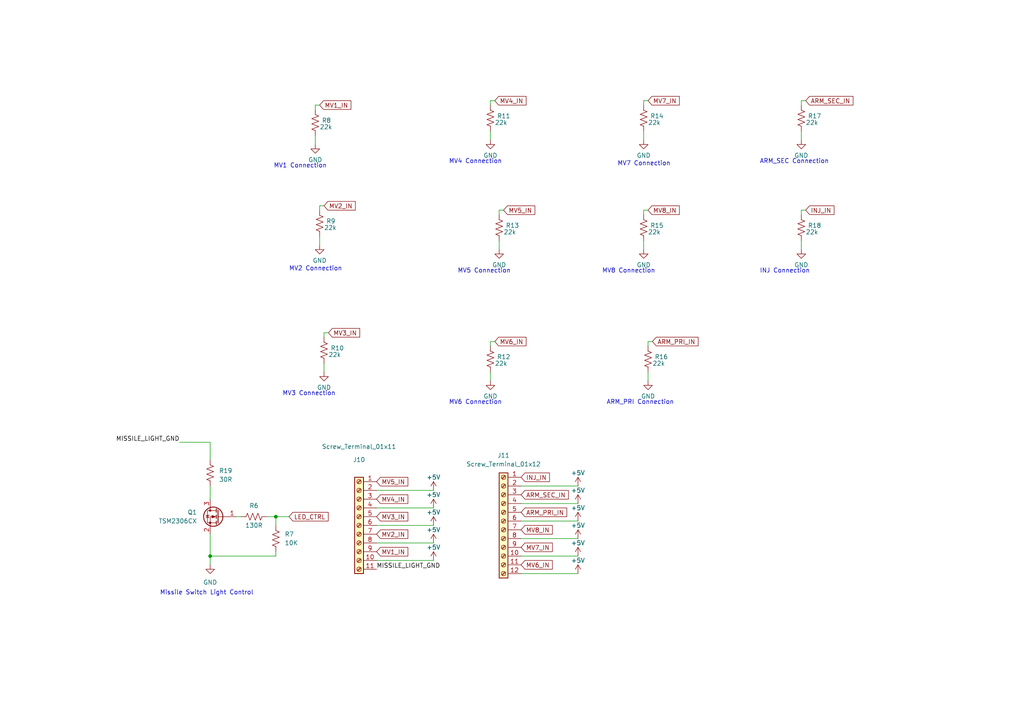
<source format=kicad_sch>
(kicad_sch (version 20230121) (generator eeschema)
  (paper "A4")
  (lib_symbols
    (symbol "Connector:Screw_Terminal_01x11" (pin_names (offset 1.016) hide)
      (property "Reference" "J" (at 0 15.24 0))
      (property "Value" "Screw_Terminal_01x11" (at 0 -15.24 0))
      (symbol "Screw_Terminal_01x11_1_1"
        (rectangle (start -1.27 13.97) (end 1.27 -13.97) (stroke (width 0.254)) (fill (type background)))
        (circle (center 0 -12.7) (radius 0.635) (stroke (width 0.1524)))
        (circle (center 0 -10.16) (radius 0.635) (stroke (width 0.1524)))
        (circle (center 0 -7.62) (radius 0.635) (stroke (width 0.1524)))
        (circle (center 0 -5.08) (radius 0.635) (stroke (width 0.1524)))
        (circle (center 0 -2.54) (radius 0.635) (stroke (width 0.1524)))
        (polyline (pts (xy -0.5334 -12.3698) (xy 0.3302 -13.208)) (stroke (width 0.1524)))
        (polyline (pts (xy -0.5334 -9.8298) (xy 0.3302 -10.668)) (stroke (width 0.1524)))
        (polyline (pts (xy -0.5334 -7.2898) (xy 0.3302 -8.128)) (stroke (width 0.1524)))
        (polyline (pts (xy -0.5334 -4.7498) (xy 0.3302 -5.588)) (stroke (width 0.1524)))
        (polyline (pts (xy -0.5334 -2.2098) (xy 0.3302 -3.048)) (stroke (width 0.1524)))
        (polyline (pts (xy -0.5334 0.3302) (xy 0.3302 -0.508)) (stroke (width 0.1524)))
        (polyline (pts (xy -0.5334 2.8702) (xy 0.3302 2.032)) (stroke (width 0.1524)))
        (polyline (pts (xy -0.5334 5.4102) (xy 0.3302 4.572)) (stroke (width 0.1524)))
        (polyline (pts (xy -0.5334 7.9502) (xy 0.3302 7.112)) (stroke (width 0.1524)))
        (polyline (pts (xy -0.5334 10.4902) (xy 0.3302 9.652)) (stroke (width 0.1524)))
        (polyline (pts (xy -0.5334 13.0302) (xy 0.3302 12.192)) (stroke (width 0.1524)))
        (polyline (pts (xy -0.3556 -12.192) (xy 0.508 -13.0302)) (stroke (width 0.1524)))
        (polyline (pts (xy -0.3556 -9.652) (xy 0.508 -10.4902)) (stroke (width 0.1524)))
        (polyline (pts (xy -0.3556 -7.112) (xy 0.508 -7.9502)) (stroke (width 0.1524)))
        (polyline (pts (xy -0.3556 -4.572) (xy 0.508 -5.4102)) (stroke (width 0.1524)))
        (polyline (pts (xy -0.3556 -2.032) (xy 0.508 -2.8702)) (stroke (width 0.1524)))
        (polyline (pts (xy -0.3556 0.508) (xy 0.508 -0.3302)) (stroke (width 0.1524)))
        (polyline (pts (xy -0.3556 3.048) (xy 0.508 2.2098)) (stroke (width 0.1524)))
        (polyline (pts (xy -0.3556 5.588) (xy 0.508 4.7498)) (stroke (width 0.1524)))
        (polyline (pts (xy -0.3556 8.128) (xy 0.508 7.2898)) (stroke (width 0.1524)))
        (polyline (pts (xy -0.3556 10.668) (xy 0.508 9.8298)) (stroke (width 0.1524)))
        (polyline (pts (xy -0.3556 13.208) (xy 0.508 12.3698)) (stroke (width 0.1524)))
        (circle (center 0 0) (radius 0.635) (stroke (width 0.1524)))
        (circle (center 0 2.54) (radius 0.635) (stroke (width 0.1524)))
        (circle (center 0 5.08) (radius 0.635) (stroke (width 0.1524)))
        (circle (center 0 7.62) (radius 0.635) (stroke (width 0.1524)))
        (circle (center 0 10.16) (radius 0.635) (stroke (width 0.1524)))
        (circle (center 0 12.7) (radius 0.635) (stroke (width 0.1524)))
        (pin passive line (at -5.08 12.7 0) (length 3.81) (name "Pin_1") (number "1"))
        (pin passive line (at -5.08 -10.16 0) (length 3.81) (name "Pin_10") (number "10"))
        (pin passive line (at -5.08 -12.7 0) (length 3.81) (name "Pin_11") (number "11"))
        (pin passive line (at -5.08 10.16 0) (length 3.81) (name "Pin_2") (number "2"))
        (pin passive line (at -5.08 7.62 0) (length 3.81) (name "Pin_3") (number "3"))
        (pin passive line (at -5.08 5.08 0) (length 3.81) (name "Pin_4") (number "4"))
        (pin passive line (at -5.08 2.54 0) (length 3.81) (name "Pin_5") (number "5"))
        (pin passive line (at -5.08 0 0) (length 3.81) (name "Pin_6") (number "6"))
        (pin passive line (at -5.08 -2.54 0) (length 3.81) (name "Pin_7") (number "7"))
        (pin passive line (at -5.08 -5.08 0) (length 3.81) (name "Pin_8") (number "8"))
        (pin passive line (at -5.08 -7.62 0) (length 3.81) (name "Pin_9") (number "9"))
      )
    )
    (symbol "Connector:Screw_Terminal_01x12" (pin_names (offset 1.016) hide)
      (property "Reference" "J" (at 0 15.24 0))
      (property "Value" "Screw_Terminal_01x12" (at 0 -17.78 0))
      (symbol "Screw_Terminal_01x12_1_1"
        (rectangle (start -1.27 13.97) (end 1.27 -16.51) (stroke (width 0.254)) (fill (type background)))
        (circle (center 0 -15.24) (radius 0.635) (stroke (width 0.1524)))
        (circle (center 0 -12.7) (radius 0.635) (stroke (width 0.1524)))
        (circle (center 0 -10.16) (radius 0.635) (stroke (width 0.1524)))
        (circle (center 0 -7.62) (radius 0.635) (stroke (width 0.1524)))
        (circle (center 0 -5.08) (radius 0.635) (stroke (width 0.1524)))
        (circle (center 0 -2.54) (radius 0.635) (stroke (width 0.1524)))
        (polyline (pts (xy -0.5334 -14.9098) (xy 0.3302 -15.748)) (stroke (width 0.1524)))
        (polyline (pts (xy -0.5334 -12.3698) (xy 0.3302 -13.208)) (stroke (width 0.1524)))
        (polyline (pts (xy -0.5334 -9.8298) (xy 0.3302 -10.668)) (stroke (width 0.1524)))
        (polyline (pts (xy -0.5334 -7.2898) (xy 0.3302 -8.128)) (stroke (width 0.1524)))
        (polyline (pts (xy -0.5334 -4.7498) (xy 0.3302 -5.588)) (stroke (width 0.1524)))
        (polyline (pts (xy -0.5334 -2.2098) (xy 0.3302 -3.048)) (stroke (width 0.1524)))
        (polyline (pts (xy -0.5334 0.3302) (xy 0.3302 -0.508)) (stroke (width 0.1524)))
        (polyline (pts (xy -0.5334 2.8702) (xy 0.3302 2.032)) (stroke (width 0.1524)))
        (polyline (pts (xy -0.5334 5.4102) (xy 0.3302 4.572)) (stroke (width 0.1524)))
        (polyline (pts (xy -0.5334 7.9502) (xy 0.3302 7.112)) (stroke (width 0.1524)))
        (polyline (pts (xy -0.5334 10.4902) (xy 0.3302 9.652)) (stroke (width 0.1524)))
        (polyline (pts (xy -0.5334 13.0302) (xy 0.3302 12.192)) (stroke (width 0.1524)))
        (polyline (pts (xy -0.3556 -14.732) (xy 0.508 -15.5702)) (stroke (width 0.1524)))
        (polyline (pts (xy -0.3556 -12.192) (xy 0.508 -13.0302)) (stroke (width 0.1524)))
        (polyline (pts (xy -0.3556 -9.652) (xy 0.508 -10.4902)) (stroke (width 0.1524)))
        (polyline (pts (xy -0.3556 -7.112) (xy 0.508 -7.9502)) (stroke (width 0.1524)))
        (polyline (pts (xy -0.3556 -4.572) (xy 0.508 -5.4102)) (stroke (width 0.1524)))
        (polyline (pts (xy -0.3556 -2.032) (xy 0.508 -2.8702)) (stroke (width 0.1524)))
        (polyline (pts (xy -0.3556 0.508) (xy 0.508 -0.3302)) (stroke (width 0.1524)))
        (polyline (pts (xy -0.3556 3.048) (xy 0.508 2.2098)) (stroke (width 0.1524)))
        (polyline (pts (xy -0.3556 5.588) (xy 0.508 4.7498)) (stroke (width 0.1524)))
        (polyline (pts (xy -0.3556 8.128) (xy 0.508 7.2898)) (stroke (width 0.1524)))
        (polyline (pts (xy -0.3556 10.668) (xy 0.508 9.8298)) (stroke (width 0.1524)))
        (polyline (pts (xy -0.3556 13.208) (xy 0.508 12.3698)) (stroke (width 0.1524)))
        (circle (center 0 0) (radius 0.635) (stroke (width 0.1524)))
        (circle (center 0 2.54) (radius 0.635) (stroke (width 0.1524)))
        (circle (center 0 5.08) (radius 0.635) (stroke (width 0.1524)))
        (circle (center 0 7.62) (radius 0.635) (stroke (width 0.1524)))
        (circle (center 0 10.16) (radius 0.635) (stroke (width 0.1524)))
        (circle (center 0 12.7) (radius 0.635) (stroke (width 0.1524)))
        (pin passive line (at -5.08 12.7 0) (length 3.81) (name "Pin_1") (number "1"))
        (pin passive line (at -5.08 -10.16 0) (length 3.81) (name "Pin_10") (number "10"))
        (pin passive line (at -5.08 -12.7 0) (length 3.81) (name "Pin_11") (number "11"))
        (pin passive line (at -5.08 -15.24 0) (length 3.81) (name "Pin_12") (number "12"))
        (pin passive line (at -5.08 10.16 0) (length 3.81) (name "Pin_2") (number "2"))
        (pin passive line (at -5.08 7.62 0) (length 3.81) (name "Pin_3") (number "3"))
        (pin passive line (at -5.08 5.08 0) (length 3.81) (name "Pin_4") (number "4"))
        (pin passive line (at -5.08 2.54 0) (length 3.81) (name "Pin_5") (number "5"))
        (pin passive line (at -5.08 0 0) (length 3.81) (name "Pin_6") (number "6"))
        (pin passive line (at -5.08 -2.54 0) (length 3.81) (name "Pin_7") (number "7"))
        (pin passive line (at -5.08 -5.08 0) (length 3.81) (name "Pin_8") (number "8"))
        (pin passive line (at -5.08 -7.62 0) (length 3.81) (name "Pin_9") (number "9"))
      )
    )
    (symbol "Device:Q_NMOS_GSD" (pin_names (offset 0) hide)
      (property "Reference" "Q" (at 5.08 1.27 0))
      (property "Value" "Q_NMOS_GSD" (at 5.08 -1.27 0))
      (symbol "Q_NMOS_GSD_0_1"
        (polyline (pts (xy 0.254 0) (xy -2.54 0)))
        (polyline (pts (xy 0.254 1.905) (xy 0.254 -1.905)) (stroke (width 0.254)))
        (polyline (pts (xy 0.762 -1.27) (xy 0.762 -2.286)) (stroke (width 0.254)))
        (polyline (pts (xy 0.762 0.508) (xy 0.762 -0.508)) (stroke (width 0.254)))
        (polyline (pts (xy 0.762 2.286) (xy 0.762 1.27)) (stroke (width 0.254)))
        (polyline (pts (xy 2.54 2.54) (xy 2.54 1.778)))
        (polyline (pts (xy 2.54 -2.54) (xy 2.54 0) (xy 0.762 0)))
        (polyline (pts (xy 0.762 -1.778) (xy 3.302 -1.778) (xy 3.302 1.778) (xy 0.762 1.778)))
        (polyline (pts (xy 1.016 0) (xy 2.032 0.381) (xy 2.032 -0.381) (xy 1.016 0)) (fill (type outline)))
        (polyline (pts (xy 2.794 0.508) (xy 2.921 0.381) (xy 3.683 0.381) (xy 3.81 0.254)))
        (polyline (pts (xy 3.302 0.381) (xy 2.921 -0.254) (xy 3.683 -0.254) (xy 3.302 0.381)))
        (circle (center 1.651 0) (radius 2.794) (stroke (width 0.254)))
        (circle (center 2.54 -1.778) (radius 0.254) (fill (type outline)))
        (circle (center 2.54 1.778) (radius 0.254) (fill (type outline)))
      )
      (symbol "Q_NMOS_GSD_1_1"
        (pin input line (at -5.08 0 0) (length 2.54) (name "G") (number "1"))
        (pin passive line (at 2.54 -5.08 90) (length 2.54) (name "S") (number "2"))
        (pin passive line (at 2.54 5.08 270) (length 2.54) (name "D") (number "3"))
      )
    )
    (symbol "Device:R_US" (pin_numbers hide) (pin_names (offset 0))
      (property "Reference" "R" (at 2.54 0 90))
      (property "Value" "R_US" (at -2.54 0 90))
      (symbol "R_US_0_1"
        (polyline (pts (xy 0 -2.286) (xy 0 -2.54)))
        (polyline (pts (xy 0 2.286) (xy 0 2.54)))
        (polyline (pts (xy 0 -0.762) (xy 1.016 -1.143) (xy 0 -1.524) (xy -1.016 -1.905) (xy 0 -2.286)))
        (polyline (pts (xy 0 0.762) (xy 1.016 0.381) (xy 0 0) (xy -1.016 -0.381) (xy 0 -0.762)))
        (polyline (pts (xy 0 2.286) (xy 1.016 1.905) (xy 0 1.524) (xy -1.016 1.143) (xy 0 0.762)))
      )
      (symbol "R_US_1_1"
        (pin passive line (at 0 3.81 270) (length 1.27) (name "~") (number "1"))
        (pin passive line (at 0 -3.81 90) (length 1.27) (name "~") (number "2"))
      )
    )
    (symbol "power:+5V" (power) (pin_names (offset 0))
      (property "Value" "+5V" (at 0 3.556 0))
      (symbol "+5V_0_1"
        (polyline (pts (xy -0.762 1.27) (xy 0 2.54)))
        (polyline (pts (xy 0 0) (xy 0 2.54)))
        (polyline (pts (xy 0 2.54) (xy 0.762 1.27)))
      )
      (symbol "+5V_1_1"
        (pin power_in line (at 0 0 90) (length 0) hide (name "+5V") (number "1"))
      )
    )
    (symbol "power:GND" (power) (pin_names (offset 0))
      (property "Value" "GND" (at 0 -3.81 0))
      (symbol "GND_0_1"
        (polyline (pts (xy 0 0) (xy 0 -1.27) (xy 1.27 -1.27) (xy 0 -2.54) (xy -1.27 -1.27) (xy 0 -1.27)))
      )
      (symbol "GND_1_1"
        (pin power_in line (at 0 0 270) (length 0) hide (name "GND") (number "1"))
      )
    )
  )
  (junction (at 80.01 149.86))
  (junction (at 60.96 161.29))
  (wire (pts (xy 60.96 140.97) (xy 60.96 144.78)))
  (wire (pts (xy 80.01 149.86) (xy 80.01 152.4)))
  (wire (pts (xy 142.24 107.95) (xy 142.24 110.49)))
  (wire (pts (xy 151.13 156.21) (xy 167.64 156.21)))
  (wire (pts (xy 151.13 146.05) (xy 167.64 146.05)))
  (wire (pts (xy 187.96 107.95) (xy 187.96 110.49)))
  (wire (pts (xy 186.69 38.1) (xy 186.69 40.64)))
  (wire (pts (xy 80.01 160.02) (xy 80.01 161.29)))
  (wire (pts (xy 92.71 59.69) (xy 92.71 60.96)))
  (wire (pts (xy 109.22 157.48) (xy 125.73 157.48)))
  (wire (pts (xy 77.47 149.86) (xy 80.01 149.86)))
  (wire (pts (xy 91.44 30.48) (xy 91.44 31.75)))
  (wire (pts (xy 151.13 161.29) (xy 167.64 161.29)))
  (wire (pts (xy 60.96 154.94) (xy 60.96 161.29)))
  (wire (pts (xy 186.69 29.21) (xy 187.96 29.21)))
  (wire (pts (xy 68.58 149.86) (xy 69.85 149.86)))
  (wire (pts (xy 92.71 68.58) (xy 92.71 71.12)))
  (wire (pts (xy 142.24 99.06) (xy 143.51 99.06)))
  (wire (pts (xy 80.01 149.86) (xy 83.82 149.86)))
  (wire (pts (xy 93.98 105.41) (xy 93.98 107.95)))
  (wire (pts (xy 151.13 140.97) (xy 167.64 140.97)))
  (wire (pts (xy 144.78 60.96) (xy 146.05 60.96)))
  (wire (pts (xy 142.24 29.21) (xy 142.24 30.48)))
  (wire (pts (xy 92.71 59.69) (xy 93.98 59.69)))
  (wire (pts (xy 232.41 69.85) (xy 232.41 72.39)))
  (wire (pts (xy 93.98 96.52) (xy 95.25 96.52)))
  (wire (pts (xy 232.41 60.96) (xy 233.68 60.96)))
  (wire (pts (xy 151.13 166.37) (xy 167.64 166.37)))
  (wire (pts (xy 109.22 162.56) (xy 125.73 162.56)))
  (wire (pts (xy 186.69 29.21) (xy 186.69 30.48)))
  (wire (pts (xy 109.22 142.24) (xy 125.73 142.24)))
  (wire (pts (xy 232.41 29.21) (xy 233.68 29.21)))
  (wire (pts (xy 232.41 38.1) (xy 232.41 40.64)))
  (wire (pts (xy 151.13 151.13) (xy 167.64 151.13)))
  (wire (pts (xy 186.69 60.96) (xy 186.69 62.23)))
  (wire (pts (xy 186.69 60.96) (xy 187.96 60.96)))
  (wire (pts (xy 93.98 96.52) (xy 93.98 97.79)))
  (wire (pts (xy 109.22 147.32) (xy 125.73 147.32)))
  (wire (pts (xy 60.96 128.27) (xy 60.96 133.35)))
  (wire (pts (xy 91.44 30.48) (xy 92.71 30.48)))
  (wire (pts (xy 52.07 128.27) (xy 60.96 128.27)))
  (wire (pts (xy 91.44 39.37) (xy 91.44 41.91)))
  (wire (pts (xy 142.24 29.21) (xy 143.51 29.21)))
  (wire (pts (xy 232.41 29.21) (xy 232.41 30.48)))
  (wire (pts (xy 142.24 99.06) (xy 142.24 100.33)))
  (wire (pts (xy 187.96 99.06) (xy 187.96 100.33)))
  (wire (pts (xy 144.78 60.96) (xy 144.78 62.23)))
  (wire (pts (xy 109.22 152.4) (xy 125.73 152.4)))
  (wire (pts (xy 60.96 161.29) (xy 80.01 161.29)))
  (wire (pts (xy 142.24 38.1) (xy 142.24 40.64)))
  (wire (pts (xy 186.69 69.85) (xy 186.69 72.39)))
  (wire (pts (xy 232.41 60.96) (xy 232.41 62.23)))
  (wire (pts (xy 187.96 99.06) (xy 189.23 99.06)))
  (wire (pts (xy 60.96 161.29) (xy 60.96 163.83)))
  (wire (pts (xy 144.78 69.85) (xy 144.78 72.39)))
  (text "MV8 Connection" (at 174.625 79.375 0) (effects (font (size 1.27 1.27)) (justify left bottom)))
  (text "MV3 Connection" (at 81.915 114.935 0) (effects (font (size 1.27 1.27)) (justify left bottom)))
  (text "ARM_SEC Connection" (at 220.345 47.625 0) (effects (font (size 1.27 1.27)) (justify left bottom)))
  (text "MV4 Connection" (at 130.175 47.625 0) (effects (font (size 1.27 1.27)) (justify left bottom)))
  (text "INJ Connection" (at 220.345 79.375 0) (effects (font (size 1.27 1.27)) (justify left bottom)))
  (text "MV6 Connection" (at 130.175 117.475 0) (effects (font (size 1.27 1.27)) (justify left bottom)))
  (text "MV1 Connection" (at 79.375 48.895 0) (effects (font (size 1.27 1.27)) (justify left bottom)))
  (text "MV5 Connection" (at 132.715 79.375 0) (effects (font (size 1.27 1.27)) (justify left bottom)))
  (text "MV7 Connection" (at 179.07 48.26 0) (effects (font (size 1.27 1.27)) (justify left bottom)))
  (text "ARM_PRI Connection" (at 175.895 117.475 0) (effects (font (size 1.27 1.27)) (justify left bottom)))
  (text "Missile Switch Light Control" (at 46.355 172.72 0) (effects (font (size 1.27 1.27)) (justify left bottom)))
  (text "MV2 Connection" (at 83.82 78.74 0) (effects (font (size 1.27 1.27)) (justify left bottom)))
  (label "MISSILE_LIGHT_GND" (at 109.22 165.1 0))
  (label "MISSILE_LIGHT_GND" (at 52.07 128.27 180))
  (global_label "MV5_IN" (shape input) (at 146.05 60.96 0) (property "Intersheetrefs" "${INTERSHEET_REFS}" (effects hide)))
  (global_label "MV2_IN" (shape input) (at 93.98 59.69 0) (property "Intersheetrefs" "${INTERSHEET_REFS}" (effects hide)))
  (global_label "MV6_IN" (shape input) (at 151.13 163.83 0) (property "Intersheetrefs" "${INTERSHEET_REFS}" (effects hide)))
  (global_label "MV7_IN" (shape input) (at 187.96 29.21 0) (property "Intersheetrefs" "${INTERSHEET_REFS}" (effects hide)))
  (global_label "INJ_IN" (shape input) (at 151.13 138.43 0) (property "Intersheetrefs" "${INTERSHEET_REFS}" (effects hide)))
  (global_label "MV8_IN" (shape input) (at 151.13 153.67 0) (property "Intersheetrefs" "${INTERSHEET_REFS}" (effects hide)))
  (global_label "MV1_IN" (shape input) (at 92.71 30.48 0) (property "Intersheetrefs" "${INTERSHEET_REFS}" (effects hide)))
  (global_label "MV5_IN" (shape input) (at 109.22 139.7 0) (property "Intersheetrefs" "${INTERSHEET_REFS}" (effects hide)))
  (global_label "MV6_IN" (shape input) (at 143.51 99.06 0) (property "Intersheetrefs" "${INTERSHEET_REFS}" (effects hide)))
  (global_label "MV3_IN" (shape input) (at 95.25 96.52 0) (property "Intersheetrefs" "${INTERSHEET_REFS}" (effects hide)))
  (global_label "ARM_PRI_IN" (shape input) (at 151.13 148.59 0) (property "Intersheetrefs" "${INTERSHEET_REFS}" (effects hide)))
  (global_label "MV3_IN" (shape input) (at 109.22 149.86 0) (property "Intersheetrefs" "${INTERSHEET_REFS}" (effects hide)))
  (global_label "ARM_SEC_IN" (shape input) (at 151.13 143.51 0) (property "Intersheetrefs" "${INTERSHEET_REFS}" (effects hide)))
  (global_label "MV4_IN" (shape input) (at 109.22 144.78 0) (property "Intersheetrefs" "${INTERSHEET_REFS}" (effects hide)))
  (global_label "MV8_IN" (shape input) (at 187.96 60.96 0) (property "Intersheetrefs" "${INTERSHEET_REFS}" (effects hide)))
  (global_label "MV7_IN" (shape input) (at 151.13 158.75 0) (property "Intersheetrefs" "${INTERSHEET_REFS}" (effects hide)))
  (global_label "ARM_PRI_IN" (shape input) (at 189.23 99.06 0) (property "Intersheetrefs" "${INTERSHEET_REFS}" (effects hide)))
  (global_label "MV2_IN" (shape input) (at 109.22 154.94 0) (property "Intersheetrefs" "${INTERSHEET_REFS}" (effects hide)))
  (global_label "MV4_IN" (shape input) (at 143.51 29.21 0) (property "Intersheetrefs" "${INTERSHEET_REFS}" (effects hide)))
  (global_label "MV1_IN" (shape input) (at 109.22 160.02 0) (property "Intersheetrefs" "${INTERSHEET_REFS}" (effects hide)))
  (global_label "ARM_SEC_IN" (shape input) (at 233.68 29.21 0) (property "Intersheetrefs" "${INTERSHEET_REFS}" (effects hide)))
  (global_label "INJ_IN" (shape input) (at 233.68 60.96 0) (property "Intersheetrefs" "${INTERSHEET_REFS}" (effects hide)))
  (global_label "LED_CTRL" (shape input) (at 83.82 149.86 0) (property "Intersheetrefs" "${INTERSHEET_REFS}" (effects hide)))
  (symbol (lib_id "Device:R_US") (at 144.78 66.04 0) (unit 1)
    (property "Reference" "R13" (at 146.685 65.405 0) (effects (justify left)))
    (property "Value" "22k" (at 146.05 67.31 0) (effects (justify left)))
    (property "Footprint" "Resistor_SMD:R_0805_2012Metric_Pad1.20x1.40mm_HandSolder" (effects hide))
  )
  (symbol (lib_id "power:+5V") (at 125.73 142.24 0) (unit 1)
    (property "Reference" "#PWR035" (effects hide))
    (property "Value" "+5V" (at 125.73 138.43 0))
  )
  (symbol (lib_id "Connector:Screw_Terminal_01x11") (at 104.14 152.4 0) (mirror y) (unit 1)
    (property "Reference" "J10" (at 104.14 133.35 0))
    (property "Value" "Screw_Terminal_01x11" (at 104.14 129.54 0))
    (property "Footprint" "TerminalBlock_Phoenix:TerminalBlock_Phoenix_PT-1,5-11-3.5-H_1x11_P3.50mm_Horizontal" (effects hide))
  )
  (symbol (lib_id "power:GND") (at 91.44 41.91 0) (unit 1)
    (property "Reference" "#PWR032" (effects hide))
    (property "Value" "GND" (at 91.44 46.355 0))
  )
  (symbol (lib_id "Device:R_US") (at 73.66 149.86 90) (unit 1)
    (property "Reference" "R6" (at 73.66 146.685 90))
    (property "Value" "130R" (at 73.66 152.4 90))
    (property "Footprint" "Resistor_SMD:R_0805_2012Metric_Pad1.20x1.40mm_HandSolder" (effects hide))
  )
  (symbol (lib_id "power:GND") (at 92.71 71.12 0) (unit 1)
    (property "Reference" "#PWR033" (effects hide))
    (property "Value" "GND" (at 92.71 75.565 0))
  )
  (symbol (lib_id "power:GND") (at 232.41 40.64 0) (unit 1)
    (property "Reference" "#PWR052" (effects hide))
    (property "Value" "GND" (at 232.41 45.085 0))
  )
  (symbol (lib_id "power:+5V") (at 167.64 151.13 0) (unit 1)
    (property "Reference" "#PWR045" (effects hide))
    (property "Value" "+5V" (at 167.64 147.32 0))
  )
  (symbol (lib_id "Device:R_US") (at 142.24 104.14 0) (unit 1)
    (property "Reference" "R12" (at 144.145 103.505 0) (effects (justify left)))
    (property "Value" "22k" (at 143.51 105.41 0) (effects (justify left)))
    (property "Footprint" "Resistor_SMD:R_0805_2012Metric_Pad1.20x1.40mm_HandSolder" (effects hide))
  )
  (symbol (lib_id "power:GND") (at 186.69 40.64 0) (unit 1)
    (property "Reference" "#PWR049" (effects hide))
    (property "Value" "GND" (at 186.69 45.085 0))
  )
  (symbol (lib_id "Device:R_US") (at 186.69 66.04 0) (unit 1)
    (property "Reference" "R15" (at 188.595 65.405 0) (effects (justify left)))
    (property "Value" "22k" (at 187.96 67.31 0) (effects (justify left)))
    (property "Footprint" "Resistor_SMD:R_0805_2012Metric_Pad1.20x1.40mm_HandSolder" (effects hide))
  )
  (symbol (lib_id "power:+5V") (at 167.64 166.37 0) (unit 1)
    (property "Reference" "#PWR048" (effects hide))
    (property "Value" "+5V" (at 167.64 162.56 0))
  )
  (symbol (lib_id "power:GND") (at 142.24 110.49 0) (unit 1)
    (property "Reference" "#PWR041" (effects hide))
    (property "Value" "GND" (at 142.24 114.935 0))
  )
  (symbol (lib_id "Device:R_US") (at 142.24 34.29 0) (unit 1)
    (property "Reference" "R11" (at 144.145 33.655 0) (effects (justify left)))
    (property "Value" "22k" (at 143.51 35.56 0) (effects (justify left)))
    (property "Footprint" "Resistor_SMD:R_0805_2012Metric_Pad1.20x1.40mm_HandSolder" (effects hide))
  )
  (symbol (lib_id "power:+5V") (at 167.64 161.29 0) (unit 1)
    (property "Reference" "#PWR047" (effects hide))
    (property "Value" "+5V" (at 167.64 157.48 0))
  )
  (symbol (lib_id "power:+5V") (at 167.64 156.21 0) (unit 1)
    (property "Reference" "#PWR046" (effects hide))
    (property "Value" "+5V" (at 167.64 152.4 0))
  )
  (symbol (lib_id "power:GND") (at 142.24 40.64 0) (unit 1)
    (property "Reference" "#PWR040" (effects hide))
    (property "Value" "GND" (at 142.24 45.085 0))
  )
  (symbol (lib_id "power:+5V") (at 167.64 146.05 0) (unit 1)
    (property "Reference" "#PWR044" (effects hide))
    (property "Value" "+5V" (at 167.64 142.24 0))
  )
  (symbol (lib_id "Device:R_US") (at 92.71 64.77 0) (unit 1)
    (property "Reference" "R9" (at 94.615 64.135 0) (effects (justify left)))
    (property "Value" "22k" (at 93.98 66.04 0) (effects (justify left)))
    (property "Footprint" "Resistor_SMD:R_0805_2012Metric_Pad1.20x1.40mm_HandSolder" (effects hide))
  )
  (symbol (lib_id "Device:R_US") (at 91.44 35.56 0) (unit 1)
    (property "Reference" "R8" (at 93.345 34.925 0) (effects (justify left)))
    (property "Value" "22k" (at 92.71 36.83 0) (effects (justify left)))
    (property "Footprint" "Resistor_SMD:R_0805_2012Metric_Pad1.20x1.40mm_HandSolder" (effects hide))
  )
  (symbol (lib_id "Device:R_US") (at 186.69 34.29 0) (unit 1)
    (property "Reference" "R14" (at 188.595 33.655 0) (effects (justify left)))
    (property "Value" "22k" (at 187.96 35.56 0) (effects (justify left)))
    (property "Footprint" "Resistor_SMD:R_0805_2012Metric_Pad1.20x1.40mm_HandSolder" (effects hide))
  )
  (symbol (lib_id "Device:R_US") (at 80.01 156.21 0) (unit 1)
    (property "Reference" "R7" (at 82.55 154.9399 0) (effects (justify left)))
    (property "Value" "10K" (at 82.55 157.4799 0) (effects (justify left)))
    (property "Footprint" "Resistor_SMD:R_0805_2012Metric_Pad1.20x1.40mm_HandSolder" (effects hide))
  )
  (symbol (lib_id "Device:Q_NMOS_GSD") (at 63.5 149.86 0) (mirror y) (unit 1)
    (property "Reference" "Q1" (at 57.15 148.5899 0) (effects (justify left)))
    (property "Value" "TSM2306CX" (at 57.15 151.1299 0) (effects (justify left)))
    (property "Footprint" "Package_TO_SOT_SMD:SOT-23_Handsoldering" (effects hide))
  )
  (symbol (lib_id "power:+5V") (at 167.64 140.97 0) (unit 1)
    (property "Reference" "#PWR043" (effects hide))
    (property "Value" "+5V" (at 167.64 137.16 0))
  )
  (symbol (lib_id "Device:R_US") (at 232.41 66.04 0) (unit 1)
    (property "Reference" "R18" (at 234.315 65.405 0) (effects (justify left)))
    (property "Value" "22k" (at 233.68 67.31 0) (effects (justify left)))
    (property "Footprint" "Resistor_SMD:R_0805_2012Metric_Pad1.20x1.40mm_HandSolder" (effects hide))
  )
  (symbol (lib_id "power:GND") (at 187.96 110.49 0) (unit 1)
    (property "Reference" "#PWR051" (effects hide))
    (property "Value" "GND" (at 187.96 114.935 0))
  )
  (symbol (lib_id "power:GND") (at 60.96 163.83 0) (unit 1)
    (property "Reference" "#PWR031" (effects hide))
    (property "Value" "GND" (at 60.96 168.91 0))
  )
  (symbol (lib_id "power:+5V") (at 125.73 152.4 0) (unit 1)
    (property "Reference" "#PWR037" (effects hide))
    (property "Value" "+5V" (at 125.73 148.59 0))
  )
  (symbol (lib_id "Connector:Screw_Terminal_01x12") (at 146.05 151.13 0) (mirror y) (unit 1)
    (property "Reference" "J11" (at 146.05 132.08 0))
    (property "Value" "Screw_Terminal_01x12" (at 146.05 134.62 0))
    (property "Footprint" "TerminalBlock_Phoenix:TerminalBlock_Phoenix_PT-1,5-12-3.5-H_1x12_P3.50mm_Horizontal" (effects hide))
  )
  (symbol (lib_id "power:GND") (at 93.98 107.95 0) (unit 1)
    (property "Reference" "#PWR034" (effects hide))
    (property "Value" "GND" (at 93.98 112.395 0))
  )
  (symbol (lib_id "Device:R_US") (at 93.98 101.6 0) (unit 1)
    (property "Reference" "R10" (at 95.885 100.965 0) (effects (justify left)))
    (property "Value" "22k" (at 95.25 102.87 0) (effects (justify left)))
    (property "Footprint" "Resistor_SMD:R_0805_2012Metric_Pad1.20x1.40mm_HandSolder" (effects hide))
  )
  (symbol (lib_id "power:GND") (at 186.69 72.39 0) (unit 1)
    (property "Reference" "#PWR050" (effects hide))
    (property "Value" "GND" (at 186.69 76.835 0))
  )
  (symbol (lib_id "power:GND") (at 144.78 72.39 0) (unit 1)
    (property "Reference" "#PWR042" (effects hide))
    (property "Value" "GND" (at 144.78 76.835 0))
  )
  (symbol (lib_id "Device:R_US") (at 187.96 104.14 0) (unit 1)
    (property "Reference" "R16" (at 189.865 103.505 0) (effects (justify left)))
    (property "Value" "22k" (at 189.23 105.41 0) (effects (justify left)))
    (property "Footprint" "Resistor_SMD:R_0805_2012Metric_Pad1.20x1.40mm_HandSolder" (effects hide))
  )
  (symbol (lib_id "Device:R_US") (at 232.41 34.29 0) (unit 1)
    (property "Reference" "R17" (at 234.315 33.655 0) (effects (justify left)))
    (property "Value" "22k" (at 233.68 35.56 0) (effects (justify left)))
    (property "Footprint" "Resistor_SMD:R_0805_2012Metric_Pad1.20x1.40mm_HandSolder" (effects hide))
  )
  (symbol (lib_id "power:GND") (at 232.41 72.39 0) (unit 1)
    (property "Reference" "#PWR053" (effects hide))
    (property "Value" "GND" (at 232.41 76.835 0))
  )
  (symbol (lib_id "power:+5V") (at 125.73 157.48 0) (unit 1)
    (property "Reference" "#PWR038" (effects hide))
    (property "Value" "+5V" (at 125.73 153.67 0))
  )
  (symbol (lib_id "Device:R_US") (at 60.96 137.16 0) (unit 1)
    (property "Reference" "R19" (at 63.5 136.525 0) (effects (justify left)))
    (property "Value" "30R" (at 63.5 139.065 0) (effects (justify left)))
    (property "Footprint" "Resistor_SMD:R_0805_2012Metric_Pad1.20x1.40mm_HandSolder" (effects hide))
  )
  (symbol (lib_id "power:+5V") (at 125.73 162.56 0) (unit 1)
    (property "Reference" "#PWR039" (effects hide))
    (property "Value" "+5V" (at 125.73 158.75 0))
  )
  (symbol (lib_id "power:+5V") (at 125.73 147.32 0) (unit 1)
    (property "Reference" "#PWR036" (effects hide))
    (property "Value" "+5V" (at 125.73 143.51 0))
  )
)
</source>
